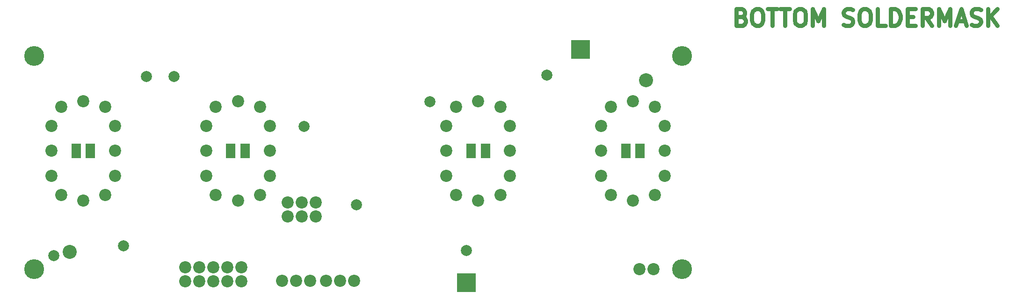
<source format=gbr>
G04 #@! TF.GenerationSoftware,KiCad,Pcbnew,(5.0.0)*
G04 #@! TF.CreationDate,2019-01-17T09:26:07-05:00*
G04 #@! TF.ProjectId,nixie_clock_3,6E697869655F636C6F636B5F332E6B69,rev?*
G04 #@! TF.SameCoordinates,PX3e8fa00PY66ce5c0*
G04 #@! TF.FileFunction,Soldermask,Bot*
G04 #@! TF.FilePolarity,Negative*
%FSLAX46Y46*%
G04 Gerber Fmt 4.6, Leading zero omitted, Abs format (unit mm)*
G04 Created by KiCad (PCBNEW (5.0.0)) date 01/17/19 09:26:07*
%MOMM*%
%LPD*%
G01*
G04 APERTURE LIST*
%ADD10C,0.750000*%
%ADD11C,2.200000*%
%ADD12C,2.000000*%
%ADD13C,3.600000*%
%ADD14C,2.540000*%
%ADD15R,3.400000X3.400000*%
%ADD16R,1.700000X1.000000*%
G04 APERTURE END LIST*
D10*
X131928571Y49714286D02*
X132357142Y49571429D01*
X132500000Y49428572D01*
X132642857Y49142858D01*
X132642857Y48714286D01*
X132500000Y48428572D01*
X132357142Y48285715D01*
X132071428Y48142858D01*
X130928571Y48142858D01*
X130928571Y51142858D01*
X131928571Y51142858D01*
X132214285Y51000000D01*
X132357142Y50857143D01*
X132500000Y50571429D01*
X132500000Y50285715D01*
X132357142Y50000000D01*
X132214285Y49857143D01*
X131928571Y49714286D01*
X130928571Y49714286D01*
X134500000Y51142858D02*
X135071428Y51142858D01*
X135357142Y51000000D01*
X135642857Y50714286D01*
X135785714Y50142858D01*
X135785714Y49142858D01*
X135642857Y48571429D01*
X135357142Y48285715D01*
X135071428Y48142858D01*
X134500000Y48142858D01*
X134214285Y48285715D01*
X133928571Y48571429D01*
X133785714Y49142858D01*
X133785714Y50142858D01*
X133928571Y50714286D01*
X134214285Y51000000D01*
X134500000Y51142858D01*
X136642857Y51142858D02*
X138357142Y51142858D01*
X137500000Y48142858D02*
X137500000Y51142858D01*
X138928571Y51142858D02*
X140642857Y51142858D01*
X139785714Y48142858D02*
X139785714Y51142858D01*
X142214285Y51142858D02*
X142785714Y51142858D01*
X143071428Y51000000D01*
X143357142Y50714286D01*
X143500000Y50142858D01*
X143500000Y49142858D01*
X143357142Y48571429D01*
X143071428Y48285715D01*
X142785714Y48142858D01*
X142214285Y48142858D01*
X141928571Y48285715D01*
X141642857Y48571429D01*
X141500000Y49142858D01*
X141500000Y50142858D01*
X141642857Y50714286D01*
X141928571Y51000000D01*
X142214285Y51142858D01*
X144785714Y48142858D02*
X144785714Y51142858D01*
X145785714Y49000000D01*
X146785714Y51142858D01*
X146785714Y48142858D01*
X150357142Y48285715D02*
X150785714Y48142858D01*
X151500000Y48142858D01*
X151785714Y48285715D01*
X151928571Y48428572D01*
X152071428Y48714286D01*
X152071428Y49000000D01*
X151928571Y49285715D01*
X151785714Y49428572D01*
X151500000Y49571429D01*
X150928571Y49714286D01*
X150642857Y49857143D01*
X150500000Y50000000D01*
X150357142Y50285715D01*
X150357142Y50571429D01*
X150500000Y50857143D01*
X150642857Y51000000D01*
X150928571Y51142858D01*
X151642857Y51142858D01*
X152071428Y51000000D01*
X153928571Y51142858D02*
X154500000Y51142858D01*
X154785714Y51000000D01*
X155071428Y50714286D01*
X155214285Y50142858D01*
X155214285Y49142858D01*
X155071428Y48571429D01*
X154785714Y48285715D01*
X154500000Y48142858D01*
X153928571Y48142858D01*
X153642857Y48285715D01*
X153357142Y48571429D01*
X153214285Y49142858D01*
X153214285Y50142858D01*
X153357142Y50714286D01*
X153642857Y51000000D01*
X153928571Y51142858D01*
X157928571Y48142858D02*
X156500000Y48142858D01*
X156500000Y51142858D01*
X158928571Y48142858D02*
X158928571Y51142858D01*
X159642857Y51142858D01*
X160071428Y51000000D01*
X160357142Y50714286D01*
X160500000Y50428572D01*
X160642857Y49857143D01*
X160642857Y49428572D01*
X160500000Y48857143D01*
X160357142Y48571429D01*
X160071428Y48285715D01*
X159642857Y48142858D01*
X158928571Y48142858D01*
X161928571Y49714286D02*
X162928571Y49714286D01*
X163357142Y48142858D02*
X161928571Y48142858D01*
X161928571Y51142858D01*
X163357142Y51142858D01*
X166357142Y48142858D02*
X165357142Y49571429D01*
X164642857Y48142858D02*
X164642857Y51142858D01*
X165785714Y51142858D01*
X166071428Y51000000D01*
X166214285Y50857143D01*
X166357142Y50571429D01*
X166357142Y50142858D01*
X166214285Y49857143D01*
X166071428Y49714286D01*
X165785714Y49571429D01*
X164642857Y49571429D01*
X167642857Y48142858D02*
X167642857Y51142858D01*
X168642857Y49000000D01*
X169642857Y51142858D01*
X169642857Y48142858D01*
X170928571Y49000000D02*
X172357142Y49000000D01*
X170642857Y48142858D02*
X171642857Y51142858D01*
X172642857Y48142858D01*
X173500000Y48285715D02*
X173928571Y48142858D01*
X174642857Y48142858D01*
X174928571Y48285715D01*
X175071428Y48428572D01*
X175214285Y48714286D01*
X175214285Y49000000D01*
X175071428Y49285715D01*
X174928571Y49428572D01*
X174642857Y49571429D01*
X174071428Y49714286D01*
X173785714Y49857143D01*
X173642857Y50000000D01*
X173500000Y50285715D01*
X173500000Y50571429D01*
X173642857Y50857143D01*
X173785714Y51000000D01*
X174071428Y51142858D01*
X174785714Y51142858D01*
X175214285Y51000000D01*
X176500000Y48142858D02*
X176500000Y51142858D01*
X178214285Y48142858D02*
X176928571Y49857143D01*
X178214285Y51142858D02*
X176500000Y49428572D01*
D11*
G04 #@! TO.C,CON1*
X52300000Y16070000D03*
X52300000Y13530000D03*
X49760000Y16070000D03*
X49760000Y13530000D03*
X54840000Y16070000D03*
X54840000Y13530000D03*
G04 #@! TD*
G04 #@! TO.C,NT1*
X7000000Y25400000D03*
X7000000Y29900000D03*
X8750000Y33400000D03*
X12750000Y34400000D03*
X16750000Y33400000D03*
X18500000Y29900000D03*
X18500000Y25400000D03*
X7000000Y20900000D03*
X18500000Y20900000D03*
X8750000Y17400000D03*
X16750000Y17400000D03*
X12750000Y16400000D03*
G04 #@! TD*
G04 #@! TO.C,NT2*
X35000000Y25400000D03*
X35000000Y29900000D03*
X36750000Y33400000D03*
X40750000Y34400000D03*
X44750000Y33400000D03*
X46500000Y29900000D03*
X46500000Y25400000D03*
X35000000Y20900000D03*
X46500000Y20900000D03*
X36750000Y17400000D03*
X44750000Y17400000D03*
X40750000Y16400000D03*
G04 #@! TD*
G04 #@! TO.C,NT3*
X78500000Y25400000D03*
X78500000Y29900000D03*
X80250000Y33400000D03*
X84250000Y34400000D03*
X88250000Y33400000D03*
X90000000Y29900000D03*
X90000000Y25400000D03*
X78500000Y20900000D03*
X90000000Y20900000D03*
X80250000Y17400000D03*
X88250000Y17400000D03*
X84250000Y16400000D03*
G04 #@! TD*
G04 #@! TO.C,NT4*
X106500000Y25400000D03*
X106500000Y29900000D03*
X108250000Y33400000D03*
X112250000Y34400000D03*
X116250000Y33400000D03*
X118000000Y29900000D03*
X118000000Y25400000D03*
X106500000Y20900000D03*
X118000000Y20900000D03*
X108250000Y17400000D03*
X116250000Y17400000D03*
X112250000Y16400000D03*
G04 #@! TD*
G04 #@! TO.C,P2*
X56660000Y1800000D03*
X61740000Y1800000D03*
X59200000Y1800000D03*
G04 #@! TD*
G04 #@! TO.C,P3*
X51300000Y1800000D03*
X53840000Y1800000D03*
X48760000Y1800000D03*
G04 #@! TD*
D12*
G04 #@! TO.C,U1*
X29200000Y38900000D03*
X24200000Y38900000D03*
G04 #@! TD*
D13*
G04 #@! TO.C,X2*
X3900000Y42600000D03*
G04 #@! TD*
G04 #@! TO.C,X3*
X121100000Y3900000D03*
G04 #@! TD*
G04 #@! TO.C,X4*
X121100000Y42600000D03*
G04 #@! TD*
G04 #@! TO.C,X5*
X3900000Y3900000D03*
G04 #@! TD*
D14*
G04 #@! TO.C,F1*
X10300000Y7100000D03*
G04 #@! TD*
G04 #@! TO.C,F2*
X114600000Y38200000D03*
G04 #@! TD*
D11*
G04 #@! TO.C,P1*
X36300000Y4270000D03*
X36300000Y1730000D03*
X33760000Y4270000D03*
X33760000Y1730000D03*
X31220000Y4270000D03*
X31220000Y1730000D03*
X38840000Y4270000D03*
X38840000Y1730000D03*
X41380000Y4270000D03*
X41380000Y1730000D03*
G04 #@! TD*
G04 #@! TO.C,P4*
X115970000Y3900000D03*
X113430000Y3900000D03*
G04 #@! TD*
D12*
G04 #@! TO.C,tp5*
X20000000Y8200000D03*
G04 #@! TD*
G04 #@! TO.C,tp6*
X7400000Y6350000D03*
G04 #@! TD*
G04 #@! TO.C,tp7*
X82100000Y7300000D03*
G04 #@! TD*
G04 #@! TO.C,tp8*
X52700000Y29800000D03*
G04 #@! TD*
G04 #@! TO.C,tp9*
X75500000Y34300000D03*
G04 #@! TD*
G04 #@! TO.C,tp10*
X96650000Y39125000D03*
G04 #@! TD*
G04 #@! TO.C,tp11*
X62200000Y15600000D03*
G04 #@! TD*
D15*
G04 #@! TO.C,tp2*
X102800000Y43800000D03*
G04 #@! TD*
G04 #@! TO.C,tp4*
X82100000Y1500000D03*
G04 #@! TD*
D16*
G04 #@! TO.C,D5*
X11450000Y26200000D03*
X11450000Y25400000D03*
X11450000Y24600000D03*
X14050000Y24600000D03*
X14050000Y25400000D03*
X14050000Y26200000D03*
G04 #@! TD*
G04 #@! TO.C,D6*
X39450000Y26200000D03*
X39450000Y25400000D03*
X39450000Y24600000D03*
X42050000Y24600000D03*
X42050000Y25400000D03*
X42050000Y26200000D03*
G04 #@! TD*
G04 #@! TO.C,D9*
X110950000Y24600000D03*
X110950000Y25400000D03*
X110950000Y26200000D03*
X113550000Y26200000D03*
X113550000Y25400000D03*
X113550000Y24600000D03*
G04 #@! TD*
G04 #@! TO.C,D10*
X82950000Y24600000D03*
X82950000Y25400000D03*
X82950000Y26200000D03*
X85550000Y26200000D03*
X85550000Y25400000D03*
X85550000Y24600000D03*
G04 #@! TD*
M02*

</source>
